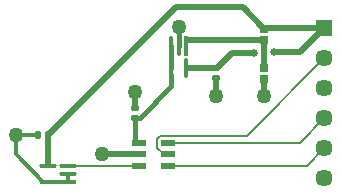
<source format=gtl>
G04*
G04 #@! TF.GenerationSoftware,Altium Limited,Altium Designer,23.10.1 (27)*
G04*
G04 Layer_Physical_Order=1*
G04 Layer_Color=255*
%FSLAX44Y44*%
%MOMM*%
G71*
G04*
G04 #@! TF.SameCoordinates,C98114AB-1D72-469A-8513-8E5B1E3D2C2F*
G04*
G04*
G04 #@! TF.FilePolarity,Positive*
G04*
G01*
G75*
%ADD14R,1.4640X0.3758*%
G04:AMPARAMS|DCode=15|XSize=1.464mm|YSize=0.3758mm|CornerRadius=0.1879mm|HoleSize=0mm|Usage=FLASHONLY|Rotation=180.000|XOffset=0mm|YOffset=0mm|HoleType=Round|Shape=RoundedRectangle|*
%AMROUNDEDRECTD15*
21,1,1.4640,0.0000,0,0,180.0*
21,1,1.0881,0.3758,0,0,180.0*
1,1,0.3758,-0.5441,0.0000*
1,1,0.3758,0.5441,0.0000*
1,1,0.3758,0.5441,0.0000*
1,1,0.3758,-0.5441,0.0000*
%
%ADD15ROUNDEDRECTD15*%
%ADD16R,0.6500X0.7000*%
G04:AMPARAMS|DCode=17|XSize=1.21mm|YSize=0.58mm|CornerRadius=0.0725mm|HoleSize=0mm|Usage=FLASHONLY|Rotation=0.000|XOffset=0mm|YOffset=0mm|HoleType=Round|Shape=RoundedRectangle|*
%AMROUNDEDRECTD17*
21,1,1.2100,0.4350,0,0,0.0*
21,1,1.0650,0.5800,0,0,0.0*
1,1,0.1450,0.5325,-0.2175*
1,1,0.1450,-0.5325,-0.2175*
1,1,0.1450,-0.5325,0.2175*
1,1,0.1450,0.5325,0.2175*
%
%ADD17ROUNDEDRECTD17*%
G04:AMPARAMS|DCode=18|XSize=1.6771mm|YSize=0.4158mm|CornerRadius=0.2079mm|HoleSize=0mm|Usage=FLASHONLY|Rotation=270.000|XOffset=0mm|YOffset=0mm|HoleType=Round|Shape=RoundedRectangle|*
%AMROUNDEDRECTD18*
21,1,1.6771,0.0000,0,0,270.0*
21,1,1.2613,0.4158,0,0,270.0*
1,1,0.4158,0.0000,-0.6306*
1,1,0.4158,0.0000,0.6306*
1,1,0.4158,0.0000,0.6306*
1,1,0.4158,0.0000,-0.6306*
%
%ADD18ROUNDEDRECTD18*%
%ADD19R,0.4158X1.6771*%
G04:AMPARAMS|DCode=20|XSize=0.6mm|YSize=0.54mm|CornerRadius=0.1431mm|HoleSize=0mm|Usage=FLASHONLY|Rotation=0.000|XOffset=0mm|YOffset=0mm|HoleType=Round|Shape=RoundedRectangle|*
%AMROUNDEDRECTD20*
21,1,0.6000,0.2538,0,0,0.0*
21,1,0.3138,0.5400,0,0,0.0*
1,1,0.2862,0.1569,-0.1269*
1,1,0.2862,-0.1569,-0.1269*
1,1,0.2862,-0.1569,0.1269*
1,1,0.2862,0.1569,0.1269*
%
%ADD20ROUNDEDRECTD20*%
G04:AMPARAMS|DCode=21|XSize=0.6mm|YSize=0.54mm|CornerRadius=0.1431mm|HoleSize=0mm|Usage=FLASHONLY|Rotation=270.000|XOffset=0mm|YOffset=0mm|HoleType=Round|Shape=RoundedRectangle|*
%AMROUNDEDRECTD21*
21,1,0.6000,0.2538,0,0,270.0*
21,1,0.3138,0.5400,0,0,270.0*
1,1,0.2862,-0.1269,-0.1569*
1,1,0.2862,-0.1269,0.1569*
1,1,0.2862,0.1269,0.1569*
1,1,0.2862,0.1269,-0.1569*
%
%ADD21ROUNDEDRECTD21*%
%ADD30C,0.3556*%
%ADD31C,0.5080*%
%ADD32C,0.4064*%
%ADD33C,0.1524*%
%ADD34C,1.4500*%
%ADD35R,1.4500X1.4500*%
%ADD36C,1.2700*%
%ADD37C,0.6350*%
D14*
X64662Y32720D02*
D03*
D15*
Y39220D02*
D03*
Y45720D02*
D03*
X48260D02*
D03*
Y32720D02*
D03*
D16*
X231140Y162230D02*
D03*
Y152730D02*
D03*
Y119710D02*
D03*
Y129210D02*
D03*
D17*
X124610Y65380D02*
D03*
Y55880D02*
D03*
Y46380D02*
D03*
X149710Y65380D02*
D03*
Y55880D02*
D03*
Y46380D02*
D03*
D18*
X165100Y129049D02*
D03*
X152100D02*
D03*
Y147320D02*
D03*
X158600D02*
D03*
D19*
X165100D02*
D03*
D20*
X190500Y128760D02*
D03*
Y120160D02*
D03*
X121920Y86886D02*
D03*
Y95486D02*
D03*
D21*
X48242Y72390D02*
D03*
X39642D02*
D03*
D30*
X48260Y32720D02*
X64662D01*
X44141D02*
X48260D01*
X20574Y72644D02*
X20828Y72390D01*
X39642D01*
X20574Y56287D02*
X44141Y32720D01*
X20574Y56287D02*
Y72644D01*
X64662Y32720D02*
Y39220D01*
D31*
X48260Y47752D02*
Y72372D01*
X121920Y95486D02*
Y108966D01*
X190500Y128760D02*
X190800D01*
X167132D02*
X190500D01*
X93980Y55880D02*
X124610D01*
X231140Y105664D02*
Y119710D01*
X230886Y105410D02*
X231140Y105664D01*
X190500Y105410D02*
Y120160D01*
X48402Y72850D02*
X48702D01*
X48242Y72690D02*
X48402Y72850D01*
X48242Y72390D02*
Y72690D01*
X156192Y180340D02*
X213030D01*
X48702Y72850D02*
X156192Y180340D01*
X231042Y162132D02*
X231140Y162230D01*
Y162230D02*
Y162480D01*
X230430Y163190D02*
X231140Y162480D01*
X230180Y163190D02*
X230430D01*
X213030Y180340D02*
X230180Y163190D01*
X190800Y128760D02*
X190960Y128920D01*
Y129220D02*
X203726Y141986D01*
X222758D01*
X190960Y128920D02*
Y129220D01*
X231140Y129210D02*
Y152730D01*
X239522Y142240D02*
X261620D01*
X166370Y152730D02*
X231140D01*
X261620Y142240D02*
X281940Y162560D01*
X231140Y162230D02*
X231470Y162560D01*
X281940D01*
D32*
X152106Y113626D02*
Y123204D01*
X125526Y87046D02*
X152106Y113626D01*
X122080Y87046D02*
X125526D01*
X121920Y86886D02*
X122080Y87046D01*
X158600Y147320D02*
Y163472D01*
X152100Y129049D02*
Y147320D01*
X121920Y65740D02*
Y86886D01*
Y65740D02*
X122280Y65380D01*
X124610D01*
D33*
X140358Y61318D02*
X145796Y55880D01*
X149710D01*
X140358Y61318D02*
Y69223D01*
X216362Y71582D02*
X281940Y137160D01*
X142717Y71582D02*
X216362D01*
X140358Y69223D02*
X142717Y71582D01*
X149710Y65380D02*
X260960D01*
X281940Y86360D01*
X149710Y46380D02*
X267360D01*
X281940Y60960D01*
X64662Y45720D02*
X123950D01*
X124610Y46380D01*
D34*
X281940Y137160D02*
D03*
Y111760D02*
D03*
Y86360D02*
D03*
Y60960D02*
D03*
Y35560D02*
D03*
D35*
Y162560D02*
D03*
D36*
X158600Y163472D02*
D03*
X121920Y108966D02*
D03*
X93980Y55880D02*
D03*
X20574Y72644D02*
D03*
X230886Y105410D02*
D03*
X190500D02*
D03*
D37*
X222758Y141986D02*
D03*
X239522Y142240D02*
D03*
M02*

</source>
